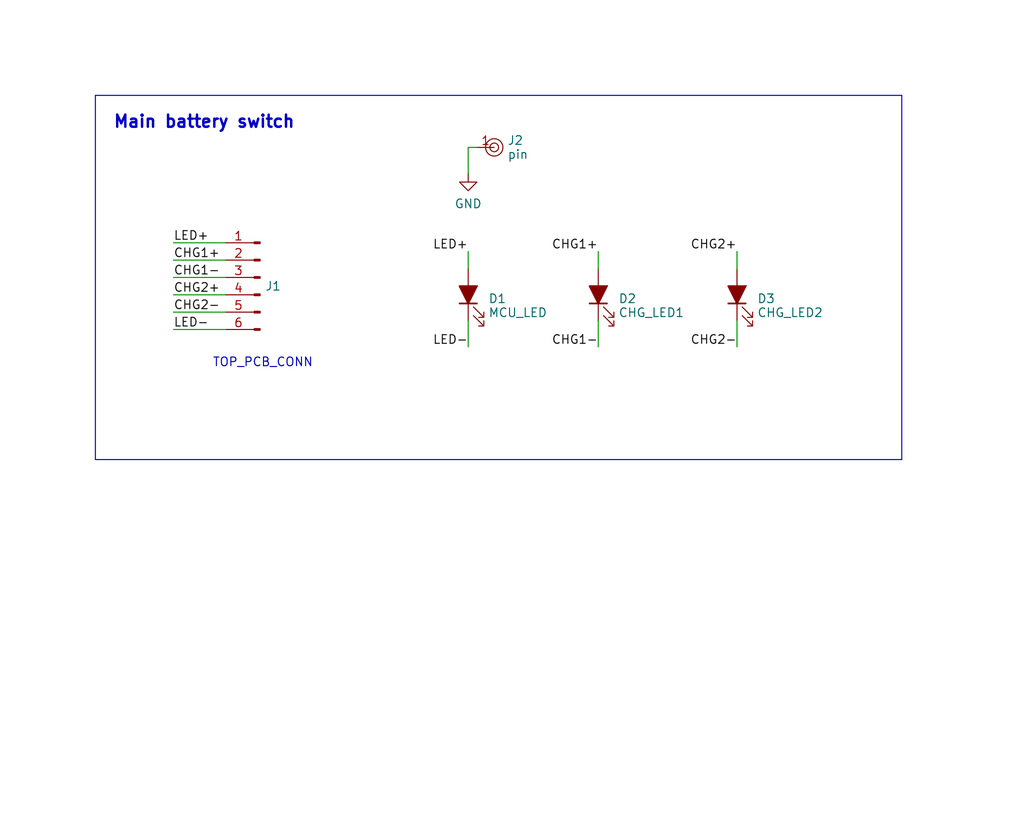
<source format=kicad_sch>
(kicad_sch (version 20230121) (generator eeschema)

  (uuid 65265907-6721-4f79-b3a8-f708d4e7460b)

  (paper "User" 150.012 119.99)

  (title_block
    (title "HexSense Svalbard - PWR")
    (date "2023-05-23")
    (company "MIT Media Lab")
    (comment 1 "Fangzheng Liu")
  )

  (lib_symbols
    (symbol "Connector:Conn_01x06_Pin" (pin_names (offset 1.016) hide) (in_bom yes) (on_board yes)
      (property "Reference" "J" (at 0 7.62 0)
        (effects (font (size 1.27 1.27)))
      )
      (property "Value" "Conn_01x06_Pin" (at 0 -10.16 0)
        (effects (font (size 1.27 1.27)))
      )
      (property "Footprint" "" (at 0 0 0)
        (effects (font (size 1.27 1.27)) hide)
      )
      (property "Datasheet" "~" (at 0 0 0)
        (effects (font (size 1.27 1.27)) hide)
      )
      (property "ki_locked" "" (at 0 0 0)
        (effects (font (size 1.27 1.27)))
      )
      (property "ki_keywords" "connector" (at 0 0 0)
        (effects (font (size 1.27 1.27)) hide)
      )
      (property "ki_description" "Generic connector, single row, 01x06, script generated" (at 0 0 0)
        (effects (font (size 1.27 1.27)) hide)
      )
      (property "ki_fp_filters" "Connector*:*_1x??_*" (at 0 0 0)
        (effects (font (size 1.27 1.27)) hide)
      )
      (symbol "Conn_01x06_Pin_1_1"
        (polyline
          (pts
            (xy 1.27 -7.62)
            (xy 0.8636 -7.62)
          )
          (stroke (width 0.1524) (type default))
          (fill (type none))
        )
        (polyline
          (pts
            (xy 1.27 -5.08)
            (xy 0.8636 -5.08)
          )
          (stroke (width 0.1524) (type default))
          (fill (type none))
        )
        (polyline
          (pts
            (xy 1.27 -2.54)
            (xy 0.8636 -2.54)
          )
          (stroke (width 0.1524) (type default))
          (fill (type none))
        )
        (polyline
          (pts
            (xy 1.27 0)
            (xy 0.8636 0)
          )
          (stroke (width 0.1524) (type default))
          (fill (type none))
        )
        (polyline
          (pts
            (xy 1.27 2.54)
            (xy 0.8636 2.54)
          )
          (stroke (width 0.1524) (type default))
          (fill (type none))
        )
        (polyline
          (pts
            (xy 1.27 5.08)
            (xy 0.8636 5.08)
          )
          (stroke (width 0.1524) (type default))
          (fill (type none))
        )
        (rectangle (start 0.8636 -7.493) (end 0 -7.747)
          (stroke (width 0.1524) (type default))
          (fill (type outline))
        )
        (rectangle (start 0.8636 -4.953) (end 0 -5.207)
          (stroke (width 0.1524) (type default))
          (fill (type outline))
        )
        (rectangle (start 0.8636 -2.413) (end 0 -2.667)
          (stroke (width 0.1524) (type default))
          (fill (type outline))
        )
        (rectangle (start 0.8636 0.127) (end 0 -0.127)
          (stroke (width 0.1524) (type default))
          (fill (type outline))
        )
        (rectangle (start 0.8636 2.667) (end 0 2.413)
          (stroke (width 0.1524) (type default))
          (fill (type outline))
        )
        (rectangle (start 0.8636 5.207) (end 0 4.953)
          (stroke (width 0.1524) (type default))
          (fill (type outline))
        )
        (pin passive line (at 5.08 5.08 180) (length 3.81)
          (name "Pin_1" (effects (font (size 1.27 1.27))))
          (number "1" (effects (font (size 1.27 1.27))))
        )
        (pin passive line (at 5.08 2.54 180) (length 3.81)
          (name "Pin_2" (effects (font (size 1.27 1.27))))
          (number "2" (effects (font (size 1.27 1.27))))
        )
        (pin passive line (at 5.08 0 180) (length 3.81)
          (name "Pin_3" (effects (font (size 1.27 1.27))))
          (number "3" (effects (font (size 1.27 1.27))))
        )
        (pin passive line (at 5.08 -2.54 180) (length 3.81)
          (name "Pin_4" (effects (font (size 1.27 1.27))))
          (number "4" (effects (font (size 1.27 1.27))))
        )
        (pin passive line (at 5.08 -5.08 180) (length 3.81)
          (name "Pin_5" (effects (font (size 1.27 1.27))))
          (number "5" (effects (font (size 1.27 1.27))))
        )
        (pin passive line (at 5.08 -7.62 180) (length 3.81)
          (name "Pin_6" (effects (font (size 1.27 1.27))))
          (number "6" (effects (font (size 1.27 1.27))))
        )
      )
    )
    (symbol "Device:LED_Filled" (pin_numbers hide) (pin_names (offset 1.016) hide) (in_bom yes) (on_board yes)
      (property "Reference" "D" (at 0 2.54 0)
        (effects (font (size 1.27 1.27)))
      )
      (property "Value" "LED_Filled" (at 0 -2.54 0)
        (effects (font (size 1.27 1.27)))
      )
      (property "Footprint" "" (at 0 0 0)
        (effects (font (size 1.27 1.27)) hide)
      )
      (property "Datasheet" "~" (at 0 0 0)
        (effects (font (size 1.27 1.27)) hide)
      )
      (property "ki_keywords" "LED diode" (at 0 0 0)
        (effects (font (size 1.27 1.27)) hide)
      )
      (property "ki_description" "Light emitting diode, filled shape" (at 0 0 0)
        (effects (font (size 1.27 1.27)) hide)
      )
      (property "ki_fp_filters" "LED* LED_SMD:* LED_THT:*" (at 0 0 0)
        (effects (font (size 1.27 1.27)) hide)
      )
      (symbol "LED_Filled_0_1"
        (polyline
          (pts
            (xy -1.27 -1.27)
            (xy -1.27 1.27)
          )
          (stroke (width 0.254) (type default))
          (fill (type none))
        )
        (polyline
          (pts
            (xy -1.27 0)
            (xy 1.27 0)
          )
          (stroke (width 0) (type default))
          (fill (type none))
        )
        (polyline
          (pts
            (xy 1.27 -1.27)
            (xy 1.27 1.27)
            (xy -1.27 0)
            (xy 1.27 -1.27)
          )
          (stroke (width 0.254) (type default))
          (fill (type outline))
        )
        (polyline
          (pts
            (xy -3.048 -0.762)
            (xy -4.572 -2.286)
            (xy -3.81 -2.286)
            (xy -4.572 -2.286)
            (xy -4.572 -1.524)
          )
          (stroke (width 0) (type default))
          (fill (type none))
        )
        (polyline
          (pts
            (xy -1.778 -0.762)
            (xy -3.302 -2.286)
            (xy -2.54 -2.286)
            (xy -3.302 -2.286)
            (xy -3.302 -1.524)
          )
          (stroke (width 0) (type default))
          (fill (type none))
        )
      )
      (symbol "LED_Filled_1_1"
        (pin passive line (at -3.81 0 0) (length 2.54)
          (name "K" (effects (font (size 1.27 1.27))))
          (number "1" (effects (font (size 1.27 1.27))))
        )
        (pin passive line (at 3.81 0 180) (length 2.54)
          (name "A" (effects (font (size 1.27 1.27))))
          (number "2" (effects (font (size 1.27 1.27))))
        )
      )
    )
    (symbol "Mylib:pin" (pin_names (offset 1.016)) (in_bom yes) (on_board yes)
      (property "Reference" "J" (at 0 0 0)
        (effects (font (size 1.27 1.27)))
      )
      (property "Value" "pin" (at 0 0 0)
        (effects (font (size 1.27 1.27)))
      )
      (property "Footprint" "" (at 0 0 0)
        (effects (font (size 1.27 1.27)) hide)
      )
      (property "Datasheet" "" (at 0 0 0)
        (effects (font (size 1.27 1.27)) hide)
      )
      (symbol "pin_0_1"
        (circle (center 2.54 -1.27) (radius 0.635)
          (stroke (width 0) (type default))
          (fill (type none))
        )
        (circle (center 2.54 -1.27) (radius 1.27)
          (stroke (width 0) (type default))
          (fill (type none))
        )
      )
      (symbol "pin_1_1"
        (pin bidirectional line (at 0 -1.27 0) (length 2.54)
          (name "~" (effects (font (size 1.27 1.27))))
          (number "1" (effects (font (size 1.27 1.27))))
        )
      )
    )
    (symbol "power:GND" (power) (pin_names (offset 0)) (in_bom yes) (on_board yes)
      (property "Reference" "#PWR" (at 0 -6.35 0)
        (effects (font (size 1.27 1.27)) hide)
      )
      (property "Value" "GND" (at 0 -3.81 0)
        (effects (font (size 1.27 1.27)))
      )
      (property "Footprint" "" (at 0 0 0)
        (effects (font (size 1.27 1.27)) hide)
      )
      (property "Datasheet" "" (at 0 0 0)
        (effects (font (size 1.27 1.27)) hide)
      )
      (property "ki_keywords" "power-flag" (at 0 0 0)
        (effects (font (size 1.27 1.27)) hide)
      )
      (property "ki_description" "Power symbol creates a global label with name \"GND\" , ground" (at 0 0 0)
        (effects (font (size 1.27 1.27)) hide)
      )
      (symbol "GND_0_1"
        (polyline
          (pts
            (xy 0 0)
            (xy 0 -1.27)
            (xy 1.27 -1.27)
            (xy 0 -2.54)
            (xy -1.27 -1.27)
            (xy 0 -1.27)
          )
          (stroke (width 0) (type default))
          (fill (type none))
        )
      )
      (symbol "GND_1_1"
        (pin power_in line (at 0 0 270) (length 0) hide
          (name "GND" (effects (font (size 1.27 1.27))))
          (number "1" (effects (font (size 1.27 1.27))))
        )
      )
    )
  )


  (wire (pts (xy 107.95 36.83) (xy 107.95 39.37))
    (stroke (width 0) (type default))
    (uuid 0b7709c7-e759-40ff-b324-85e8bd022288)
  )
  (wire (pts (xy 25.4 38.1) (xy 33.02 38.1))
    (stroke (width 0) (type default))
    (uuid 1a937a44-797a-41d2-b11c-130389f501e2)
  )
  (polyline (pts (xy 13.97 13.97) (xy 13.97 67.31))
    (stroke (width 0) (type default))
    (uuid 2ee0b466-c444-4035-84c9-a050e466f5bc)
  )
  (polyline (pts (xy 132.08 13.97) (xy 132.08 67.31))
    (stroke (width 0) (type default))
    (uuid 704e2086-fcdc-4e75-94a6-ce92c6b9475a)
  )

  (wire (pts (xy 87.63 46.99) (xy 87.63 50.8))
    (stroke (width 0) (type default))
    (uuid 7df2e0b4-57b7-4d57-91af-35847aedf05c)
  )
  (wire (pts (xy 25.4 40.64) (xy 33.02 40.64))
    (stroke (width 0) (type default))
    (uuid 810346c1-241b-4436-b373-5387e7e9a2ef)
  )
  (wire (pts (xy 87.63 36.83) (xy 87.63 39.37))
    (stroke (width 0) (type default))
    (uuid 8295f75e-fc44-4e6d-af50-d1bf6d4316f2)
  )
  (polyline (pts (xy 132.08 67.31) (xy 13.97 67.31))
    (stroke (width 0) (type default))
    (uuid 92c8d89d-10ba-464b-92b9-3d6c477d66f0)
  )

  (wire (pts (xy 68.58 36.83) (xy 68.58 39.37))
    (stroke (width 0) (type default))
    (uuid a0771c29-f4d1-4238-9eaf-4b1a4af03e60)
  )
  (wire (pts (xy 68.58 46.99) (xy 68.58 50.8))
    (stroke (width 0) (type default))
    (uuid a5595baf-4a7e-4679-b05a-50727ca7d0b8)
  )
  (wire (pts (xy 25.4 48.26) (xy 33.02 48.26))
    (stroke (width 0) (type default))
    (uuid a773b54f-62e7-484f-b3fe-3e237f4e075f)
  )
  (wire (pts (xy 68.58 21.59) (xy 68.58 25.4))
    (stroke (width 0) (type default))
    (uuid b1e26e1d-5231-4417-8c11-403e992bbd38)
  )
  (wire (pts (xy 25.4 35.56) (xy 33.02 35.56))
    (stroke (width 0) (type default))
    (uuid c57943b9-484a-420f-ba41-3d76b68c2330)
  )
  (polyline (pts (xy 13.97 13.97) (xy 132.08 13.97))
    (stroke (width 0) (type default))
    (uuid c9eed2e8-0fc2-475a-b578-1752b80a7d0c)
  )

  (wire (pts (xy 25.4 45.72) (xy 33.02 45.72))
    (stroke (width 0) (type default))
    (uuid e7642156-4ccf-4160-8a52-9588b581f417)
  )
  (wire (pts (xy 107.95 46.99) (xy 107.95 50.8))
    (stroke (width 0) (type default))
    (uuid e94f0571-2340-4576-8a5e-e250bdfa70e2)
  )
  (wire (pts (xy 68.58 21.59) (xy 69.85 21.59))
    (stroke (width 0) (type default))
    (uuid fbe0be61-f006-4977-b19c-fca3542369be)
  )
  (wire (pts (xy 25.4 43.18) (xy 33.02 43.18))
    (stroke (width 0) (type default))
    (uuid fd4e04b2-9533-49ab-88a2-7199173c6d0a)
  )

  (text "Main battery switch" (at 16.51 19.05 0)
    (effects (font (size 1.778 1.778) (thickness 0.3556) bold) (justify left bottom))
    (uuid 29844382-3a74-4ab6-876b-afb49aaddf14)
  )
  (text "TOP_PCB_CONN" (at 31.115 53.975 0)
    (effects (font (size 1.27 1.27)) (justify left bottom))
    (uuid 3aed719d-dd67-4bc7-91e8-5851a7e74aea)
  )

  (label "LED-" (at 68.58 50.8 180) (fields_autoplaced)
    (effects (font (size 1.27 1.27)) (justify right bottom))
    (uuid 007900b2-c564-4d72-91d9-6b67590dcb04)
  )
  (label "LED-" (at 25.4 48.26 0) (fields_autoplaced)
    (effects (font (size 1.27 1.27)) (justify left bottom))
    (uuid 2c3470a2-06c4-4399-88a0-28270a3b1c96)
  )
  (label "LED+" (at 68.58 36.83 180) (fields_autoplaced)
    (effects (font (size 1.27 1.27)) (justify right bottom))
    (uuid 36649621-fb3d-4874-aa5a-741be2b1e0dd)
  )
  (label "CHG2+" (at 107.95 36.83 180) (fields_autoplaced)
    (effects (font (size 1.27 1.27)) (justify right bottom))
    (uuid 487378ab-5e49-4583-b341-706781b5e78b)
  )
  (label "CHG2-" (at 107.95 50.8 180) (fields_autoplaced)
    (effects (font (size 1.27 1.27)) (justify right bottom))
    (uuid 4f23f6ca-1b74-4155-9e59-726e83e1fa36)
  )
  (label "CHG1-" (at 87.63 50.8 180) (fields_autoplaced)
    (effects (font (size 1.27 1.27)) (justify right bottom))
    (uuid 604c58fa-1d6b-4019-8551-f8ae8a0a9091)
  )
  (label "CHG1+" (at 87.63 36.83 180) (fields_autoplaced)
    (effects (font (size 1.27 1.27)) (justify right bottom))
    (uuid 64d85415-2b7c-4815-b293-d68c4ff03f93)
  )
  (label "CHG1+" (at 25.4 38.1 0) (fields_autoplaced)
    (effects (font (size 1.27 1.27)) (justify left bottom))
    (uuid 8977366c-aee1-4926-9ab7-e5f7e2b22e5a)
  )
  (label "CHG2+" (at 25.4 43.18 0) (fields_autoplaced)
    (effects (font (size 1.27 1.27)) (justify left bottom))
    (uuid 97ceb1d0-ad9c-444f-97f6-7a7a9b2e9490)
  )
  (label "CHG1-" (at 25.4 40.64 0) (fields_autoplaced)
    (effects (font (size 1.27 1.27)) (justify left bottom))
    (uuid bd8d9074-69ba-43c8-9225-76895b4984a4)
  )
  (label "LED+" (at 25.4 35.56 0) (fields_autoplaced)
    (effects (font (size 1.27 1.27)) (justify left bottom))
    (uuid cee685c1-c9ba-40b8-9db5-52388304817a)
  )
  (label "CHG2-" (at 25.4 45.72 0) (fields_autoplaced)
    (effects (font (size 1.27 1.27)) (justify left bottom))
    (uuid f6858aea-cfc0-463a-a427-b2dc50bd8d78)
  )

  (symbol (lib_id "Connector:Conn_01x06_Pin") (at 38.1 40.64 0) (mirror y) (unit 1)
    (in_bom yes) (on_board yes) (dnp no) (fields_autoplaced)
    (uuid 20135afc-2314-43c0-bfa2-698a11fb5523)
    (property "Reference" "J1" (at 38.8112 41.91 0)
      (effects (font (size 1.27 1.27)) (justify right))
    )
    (property "Value" "Conn_01x06_Pin" (at 38.8112 42.934 0)
      (effects (font (size 1.27 1.27)) (justify right) hide)
    )
    (property "Footprint" "Mylib:FZ_SMD_01x06_2.00mm" (at 38.1 40.64 0)
      (effects (font (size 1.27 1.27)) hide)
    )
    (property "Datasheet" "~" (at 38.1 40.64 0)
      (effects (font (size 1.27 1.27)) hide)
    )
    (pin "1" (uuid c5e75fb2-84c1-40b3-b894-39f0d0452d76))
    (pin "2" (uuid 0036ddec-784b-465f-bfa9-bb95f1670a4e))
    (pin "3" (uuid 652ec09b-1a2b-4583-aecc-f4f3daf17b7d))
    (pin "4" (uuid 5bb723e0-6626-485d-910d-9d19169a3e98))
    (pin "5" (uuid 60a46637-0ae3-455f-abb7-4508b9475c2e))
    (pin "6" (uuid 7b5128d6-48f7-4433-b948-e337799ed29c))
    (instances
      (project "TOPBOARD"
        (path "/65265907-6721-4f79-b3a8-f708d4e7460b"
          (reference "J1") (unit 1)
        )
      )
    )
  )

  (symbol (lib_id "Device:LED_Filled") (at 68.58 43.18 90) (unit 1)
    (in_bom yes) (on_board yes) (dnp no) (fields_autoplaced)
    (uuid 333e471b-c965-4553-908e-45fd97a1409d)
    (property "Reference" "D1" (at 71.501 43.7435 90)
      (effects (font (size 1.27 1.27)) (justify right))
    )
    (property "Value" "MCU_LED" (at 71.501 45.7915 90)
      (effects (font (size 1.27 1.27)) (justify right))
    )
    (property "Footprint" "LED_SMD:LED_0603_1608Metric_Pad1.05x0.95mm_HandSolder" (at 68.58 43.18 0)
      (effects (font (size 1.27 1.27)) hide)
    )
    (property "Datasheet" "~" (at 68.58 43.18 0)
      (effects (font (size 1.27 1.27)) hide)
    )
    (pin "1" (uuid 031a65fa-20bb-4356-b1f3-af9001deffbc))
    (pin "2" (uuid e6ec3489-a966-41d9-ae88-1b8a2cda597a))
    (instances
      (project "TOPBOARD"
        (path "/65265907-6721-4f79-b3a8-f708d4e7460b"
          (reference "D1") (unit 1)
        )
      )
    )
  )

  (symbol (lib_id "power:GND") (at 68.58 25.4 0) (unit 1)
    (in_bom yes) (on_board yes) (dnp no) (fields_autoplaced)
    (uuid 4a8a9954-ed24-48a0-b13a-a71f205d6a9e)
    (property "Reference" "#PWR01" (at 68.58 31.75 0)
      (effects (font (size 1.27 1.27)) hide)
    )
    (property "Value" "GND" (at 68.58 29.8434 0)
      (effects (font (size 1.27 1.27)))
    )
    (property "Footprint" "" (at 68.58 25.4 0)
      (effects (font (size 1.27 1.27)) hide)
    )
    (property "Datasheet" "" (at 68.58 25.4 0)
      (effects (font (size 1.27 1.27)) hide)
    )
    (pin "1" (uuid 7eceee1d-931b-4fb2-bde8-bb00b862f231))
    (instances
      (project "TOPBOARD"
        (path "/65265907-6721-4f79-b3a8-f708d4e7460b"
          (reference "#PWR01") (unit 1)
        )
      )
      (project "CONN"
        (path "/e63e39d7-6ac0-4ffd-8aa3-1841a4541b55"
          (reference "#PWR0140") (unit 1)
        )
      )
    )
  )

  (symbol (lib_id "Device:LED_Filled") (at 87.63 43.18 90) (unit 1)
    (in_bom yes) (on_board yes) (dnp no) (fields_autoplaced)
    (uuid 705fdbc9-ed5e-4210-930a-c6691106745b)
    (property "Reference" "D2" (at 90.551 43.7435 90)
      (effects (font (size 1.27 1.27)) (justify right))
    )
    (property "Value" "CHG_LED1" (at 90.551 45.7915 90)
      (effects (font (size 1.27 1.27)) (justify right))
    )
    (property "Footprint" "LED_SMD:LED_0603_1608Metric_Pad1.05x0.95mm_HandSolder" (at 87.63 43.18 0)
      (effects (font (size 1.27 1.27)) hide)
    )
    (property "Datasheet" "~" (at 87.63 43.18 0)
      (effects (font (size 1.27 1.27)) hide)
    )
    (pin "1" (uuid cbc2d372-28e0-4e41-84fc-494487dd731c))
    (pin "2" (uuid 93af54f4-8723-499e-812b-77daa133742e))
    (instances
      (project "TOPBOARD"
        (path "/65265907-6721-4f79-b3a8-f708d4e7460b"
          (reference "D2") (unit 1)
        )
      )
    )
  )

  (symbol (lib_id "Device:LED_Filled") (at 107.95 43.18 90) (unit 1)
    (in_bom yes) (on_board yes) (dnp no) (fields_autoplaced)
    (uuid aef3fb36-2d9c-4af9-9244-33fc085ece8f)
    (property "Reference" "D3" (at 110.871 43.7435 90)
      (effects (font (size 1.27 1.27)) (justify right))
    )
    (property "Value" "CHG_LED2" (at 110.871 45.7915 90)
      (effects (font (size 1.27 1.27)) (justify right))
    )
    (property "Footprint" "LED_SMD:LED_0603_1608Metric_Pad1.05x0.95mm_HandSolder" (at 107.95 43.18 0)
      (effects (font (size 1.27 1.27)) hide)
    )
    (property "Datasheet" "~" (at 107.95 43.18 0)
      (effects (font (size 1.27 1.27)) hide)
    )
    (pin "1" (uuid 77a673ab-b334-430e-bfbf-3ca6c87cb161))
    (pin "2" (uuid 7930b153-12ed-4ee5-843b-0bda5c72566c))
    (instances
      (project "TOPBOARD"
        (path "/65265907-6721-4f79-b3a8-f708d4e7460b"
          (reference "D3") (unit 1)
        )
      )
    )
  )

  (symbol (lib_id "Mylib:pin") (at 69.85 20.32 0) (unit 1)
    (in_bom yes) (on_board yes) (dnp no) (fields_autoplaced)
    (uuid ff01eed8-807e-4d90-9440-81787e028c7d)
    (property "Reference" "J2" (at 74.295 20.566 0)
      (effects (font (size 1.27 1.27)) (justify left))
    )
    (property "Value" "pin" (at 74.295 22.614 0)
      (effects (font (size 1.27 1.27)) (justify left))
    )
    (property "Footprint" "Mylib:1_pin_SMD_1.5mmx1.0mm" (at 69.85 20.32 0)
      (effects (font (size 1.27 1.27)) hide)
    )
    (property "Datasheet" "" (at 69.85 20.32 0)
      (effects (font (size 1.27 1.27)) hide)
    )
    (pin "1" (uuid 6b7aa871-6c2b-4e25-abbc-1d34ee2d6ae4))
    (instances
      (project "TOPBOARD"
        (path "/65265907-6721-4f79-b3a8-f708d4e7460b"
          (reference "J2") (unit 1)
        )
      )
    )
  )

  (sheet_instances
    (path "/" (page "1"))
  )
)

</source>
